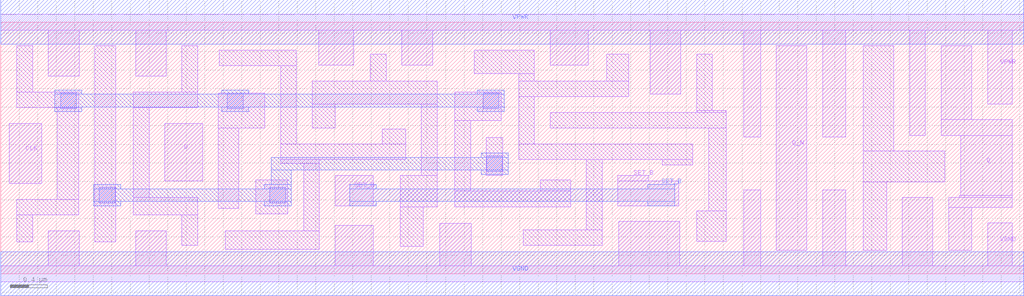
<source format=lef>
# Copyright 2020 The SkyWater PDK Authors
#
# Licensed under the Apache License, Version 2.0 (the "License");
# you may not use this file except in compliance with the License.
# You may obtain a copy of the License at
#
#     https://www.apache.org/licenses/LICENSE-2.0
#
# Unless required by applicable law or agreed to in writing, software
# distributed under the License is distributed on an "AS IS" BASIS,
# WITHOUT WARRANTIES OR CONDITIONS OF ANY KIND, either express or implied.
# See the License for the specific language governing permissions and
# limitations under the License.
#
# SPDX-License-Identifier: Apache-2.0

VERSION 5.5 ;
NAMESCASESENSITIVE ON ;
BUSBITCHARS "[]" ;
DIVIDERCHAR "/" ;
MACRO sky130_fd_sc_hd__dfsbp_2
  CLASS CORE ;
  SOURCE USER ;
  ORIGIN  0.000000  0.000000 ;
  SIZE  11.04000 BY  2.720000 ;
  SYMMETRY X Y R90 ;
  SITE unithd ;
  PIN D
    ANTENNAGATEAREA  0.222000 ;
    DIRECTION INPUT ;
    USE SIGNAL ;
    PORT
      LAYER li1 ;
        RECT 1.770000 1.005000 2.180000 1.625000 ;
    END
  END D
  PIN Q
    ANTENNADIFFAREA  0.445500 ;
    DIRECTION OUTPUT ;
    USE SIGNAL ;
    PORT
      LAYER li1 ;
        RECT 10.150000 1.495000 10.915000 1.665000 ;
        RECT 10.150000 1.665000 10.480000 2.465000 ;
        RECT 10.230000 0.255000 10.480000 0.720000 ;
        RECT 10.230000 0.720000 10.915000 0.825000 ;
        RECT 10.345000 0.825000 10.915000 0.845000 ;
        RECT 10.360000 0.845000 10.915000 1.495000 ;
    END
  END Q
  PIN Q_N
    ANTENNADIFFAREA  0.445500 ;
    DIRECTION OUTPUT ;
    USE SIGNAL ;
    PORT
      LAYER li1 ;
        RECT 8.370000 0.255000 8.700000 2.465000 ;
    END
  END Q_N
  PIN SET_B
    ANTENNAGATEAREA  0.252000 ;
    DIRECTION INPUT ;
    USE SIGNAL ;
    PORT
      LAYER li1 ;
        RECT 3.610000 0.735000 4.020000 1.065000 ;
    END
    PORT
      LAYER li1 ;
        RECT 6.660000 0.735000 7.320000 1.005000 ;
        RECT 6.660000 1.005000 6.990000 1.065000 ;
    END
    PORT
      LAYER met1 ;
        RECT 3.765000 0.735000 4.055000 0.780000 ;
        RECT 3.765000 0.780000 7.275000 0.920000 ;
        RECT 3.765000 0.920000 4.055000 0.965000 ;
        RECT 6.985000 0.735000 7.275000 0.780000 ;
        RECT 6.985000 0.920000 7.275000 0.965000 ;
    END
  END SET_B
  PIN CLK
    ANTENNAGATEAREA  0.159000 ;
    DIRECTION INPUT ;
    USE CLOCK ;
    PORT
      LAYER li1 ;
        RECT 0.090000 0.975000 0.440000 1.625000 ;
    END
  END CLK
  PIN VGND
    DIRECTION INOUT ;
    SHAPE ABUTMENT ;
    USE GROUND ;
    PORT
      LAYER li1 ;
        RECT  0.000000 -0.085000 11.040000 0.085000 ;
        RECT  0.515000  0.085000  0.845000 0.465000 ;
        RECT  1.455000  0.085000  1.785000 0.465000 ;
        RECT  3.610000  0.085000  4.020000 0.525000 ;
        RECT  4.740000  0.085000  5.080000 0.545000 ;
        RECT  6.670000  0.085000  7.330000 0.565000 ;
        RECT  8.020000  0.085000  8.200000 0.905000 ;
        RECT  8.870000  0.085000  9.120000 0.905000 ;
        RECT  9.730000  0.085000 10.060000 0.825000 ;
        RECT 10.650000  0.085000 10.915000 0.550000 ;
    END
    PORT
      LAYER met1 ;
        RECT 0.000000 -0.240000 11.040000 0.240000 ;
    END
  END VGND
  PIN VNB
    DIRECTION INOUT ;
    USE GROUND ;
    PORT
    END
  END VNB
  PIN VPB
    DIRECTION INOUT ;
    USE POWER ;
    PORT
    END
  END VPB
  PIN VPWR
    DIRECTION INOUT ;
    SHAPE ABUTMENT ;
    USE POWER ;
    PORT
      LAYER li1 ;
        RECT  0.000000 2.635000 11.040000 2.805000 ;
        RECT  0.515000 2.135000  0.845000 2.635000 ;
        RECT  1.455000 2.135000  1.785000 2.635000 ;
        RECT  3.430000 2.255000  3.810000 2.635000 ;
        RECT  4.330000 2.255000  4.660000 2.635000 ;
        RECT  5.930000 2.255000  6.340000 2.635000 ;
        RECT  7.010000 1.945000  7.340000 2.635000 ;
        RECT  8.020000 1.480000  8.200000 2.635000 ;
        RECT  8.870000 1.480000  9.120000 2.635000 ;
        RECT  9.810000 1.495000  9.980000 2.635000 ;
        RECT 10.650000 1.835000 10.915000 2.635000 ;
    END
    PORT
      LAYER met1 ;
        RECT 0.000000 2.480000 11.040000 2.960000 ;
    END
  END VPWR
  OBS
    LAYER li1 ;
      RECT 0.175000 0.345000  0.345000 0.635000 ;
      RECT 0.175000 0.635000  0.840000 0.805000 ;
      RECT 0.175000 1.795000  0.840000 1.965000 ;
      RECT 0.175000 1.965000  0.345000 2.465000 ;
      RECT 0.610000 0.805000  0.840000 1.795000 ;
      RECT 1.015000 0.345000  1.240000 2.465000 ;
      RECT 1.430000 0.635000  2.125000 0.825000 ;
      RECT 1.430000 0.825000  1.600000 1.795000 ;
      RECT 1.430000 1.795000  2.125000 1.965000 ;
      RECT 1.955000 0.305000  2.125000 0.635000 ;
      RECT 1.955000 1.965000  2.125000 2.465000 ;
      RECT 2.350000 0.705000  2.570000 1.575000 ;
      RECT 2.350000 1.575000  2.850000 1.955000 ;
      RECT 2.360000 2.250000  3.190000 2.420000 ;
      RECT 2.425000 0.265000  3.440000 0.465000 ;
      RECT 2.750000 0.645000  3.100000 1.015000 ;
      RECT 3.020000 1.195000  3.440000 1.235000 ;
      RECT 3.020000 1.235000  4.370000 1.405000 ;
      RECT 3.020000 1.405000  3.190000 2.250000 ;
      RECT 3.270000 0.465000  3.440000 1.195000 ;
      RECT 3.360000 1.575000  3.610000 1.835000 ;
      RECT 3.360000 1.835000  4.710000 2.085000 ;
      RECT 3.990000 2.085000  4.160000 2.375000 ;
      RECT 4.120000 1.405000  4.370000 1.565000 ;
      RECT 4.310000 0.295000  4.560000 0.725000 ;
      RECT 4.310000 0.725000  4.710000 1.065000 ;
      RECT 4.540000 1.065000  4.710000 1.835000 ;
      RECT 4.900000 0.725000  6.150000 0.895000 ;
      RECT 4.900000 0.895000  5.070000 1.655000 ;
      RECT 4.900000 1.655000  5.400000 1.965000 ;
      RECT 5.110000 2.165000  5.760000 2.415000 ;
      RECT 5.240000 1.065000  5.420000 1.475000 ;
      RECT 5.590000 1.235000  7.470000 1.405000 ;
      RECT 5.590000 1.405000  5.760000 1.915000 ;
      RECT 5.590000 1.915000  6.780000 2.085000 ;
      RECT 5.590000 2.085000  5.760000 2.165000 ;
      RECT 5.640000 0.305000  6.490000 0.475000 ;
      RECT 5.820000 0.895000  6.150000 1.015000 ;
      RECT 5.930000 1.575000  7.830000 1.745000 ;
      RECT 6.320000 0.475000  6.490000 1.235000 ;
      RECT 6.540000 2.085000  6.780000 2.375000 ;
      RECT 7.140000 1.175000  7.470000 1.235000 ;
      RECT 7.510000 0.350000  7.830000 0.680000 ;
      RECT 7.510000 1.745000  7.830000 1.765000 ;
      RECT 7.510000 1.765000  7.680000 2.375000 ;
      RECT 7.640000 0.680000  7.830000 1.575000 ;
      RECT 9.310000 0.255000  9.560000 0.995000 ;
      RECT 9.310000 0.995000 10.190000 1.325000 ;
      RECT 9.310000 1.325000  9.640000 2.465000 ;
    LAYER mcon ;
      RECT 0.645000 1.785000 0.815000 1.955000 ;
      RECT 1.065000 0.765000 1.235000 0.935000 ;
      RECT 2.445000 1.785000 2.615000 1.955000 ;
      RECT 2.905000 0.765000 3.075000 0.935000 ;
      RECT 5.205000 1.785000 5.375000 1.955000 ;
      RECT 5.245000 1.105000 5.415000 1.275000 ;
    LAYER met1 ;
      RECT 0.585000 1.755000 0.875000 1.800000 ;
      RECT 0.585000 1.800000 5.435000 1.940000 ;
      RECT 0.585000 1.940000 0.875000 1.985000 ;
      RECT 1.005000 0.735000 1.295000 0.780000 ;
      RECT 1.005000 0.780000 3.135000 0.920000 ;
      RECT 1.005000 0.920000 1.295000 0.965000 ;
      RECT 2.385000 1.755000 2.675000 1.800000 ;
      RECT 2.385000 1.940000 2.675000 1.985000 ;
      RECT 2.845000 0.735000 3.135000 0.780000 ;
      RECT 2.845000 0.920000 3.135000 0.965000 ;
      RECT 2.920000 0.965000 3.135000 1.120000 ;
      RECT 2.920000 1.120000 5.475000 1.260000 ;
      RECT 5.145000 1.755000 5.435000 1.800000 ;
      RECT 5.145000 1.940000 5.435000 1.985000 ;
      RECT 5.185000 1.075000 5.475000 1.120000 ;
      RECT 5.185000 1.260000 5.475000 1.305000 ;
  END
END sky130_fd_sc_hd__dfsbp_2
END LIBRARY

</source>
